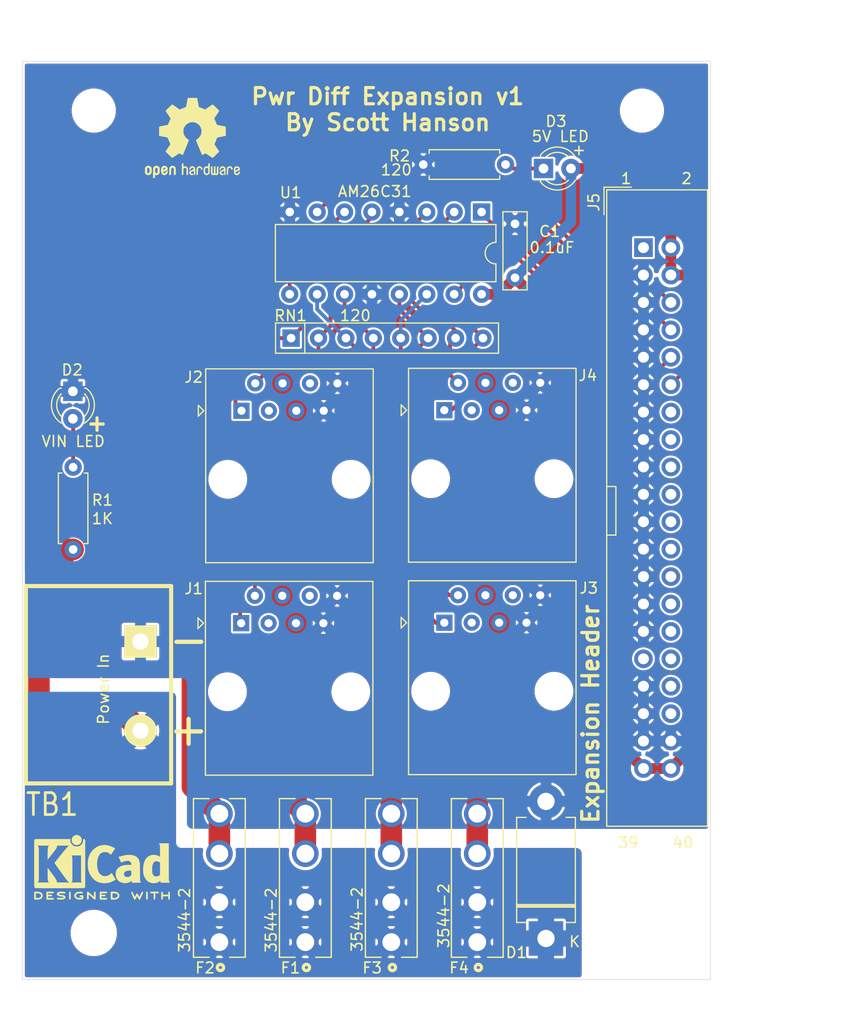
<source format=kicad_pcb>
(kicad_pcb (version 20171130) (host pcbnew "(5.1.5)-3")
  (title_block (title "Pwr Diff Expansion") (date 2020-04-27) (rev v1) (company "Scott Hanson"))
  (layers (0 F.Cu signal) (31 B.Cu signal) (34 B.Paste user) (35 F.Paste user) (36 B.SilkS user) (37 F.SilkS user) (38 B.Mask user) (39 F.Mask user) (44 Edge.Cuts user))
  (net 0 "")
  (net 1 GND)
  (net 2 +5V)
  (net 3 VIN1)
  (net 4 OUT20)
  (net 5 OUT19)
  (net 6 OUT18)
  (net 7 OUT17)
  (net 8 "Net-(D2-Pad2)")
  (net 9 "Net-(D3-Pad1)")
  (net 10 VOUT1)
  (net 11 VOUT2)
  (net 12 VOUT3)
  (net 13 VOUT4)
  (net 14 "Net-(J1-Pad6)")
  (net 15 "Net-(J1-Pad3)")
  (net 16 "Net-(J1-Pad2)")
  (net 17 "Net-(J1-Pad1)")
  (net 18 "Net-(J2-Pad6)")
  (net 19 "Net-(J2-Pad3)")
  (net 20 "Net-(J2-Pad2)")
  (net 21 "Net-(J2-Pad1)")
  (net 22 "Net-(J3-Pad6)")
  (net 23 "Net-(J3-Pad3)")
  (net 24 "Net-(J3-Pad2)")
  (net 25 "Net-(J3-Pad1)")
  (net 26 "Net-(J4-Pad6)")
  (net 27 "Net-(J4-Pad3)")
  (net 28 "Net-(J4-Pad2)")
  (net 29 "Net-(J4-Pad1)")
  (net 30 "Net-(J5-Pad30)")
  (net 31 "Net-(J5-Pad1)")
  (net 32 OUT32)
  (net 33 OUT31)
  (net 34 OUT30)
  (net 35 OUT29)
  (net 36 OUT28)
  (net 37 OUT27)
  (net 38 OUT26)
  (net 39 OUT25)
  (net 40 OUT24)
  (net 41 OUT23)
  (net 42 OUT22)
  (net 43 OUT21)
  (module Barrier_Blocks:BARRIER_BLOCK_1ROW_2POS_P8.26MM (layer F.Cu) (at 78.401 126.4178 270)
    (fp_text reference TB1 (at 11.1 4.3 180) (layer F.SilkS) (effects (font (size 2.032 1.778) (thickness 0.254))))
    (fp_text value "Power In" (at 0.4064 -0.4572 90) (layer F.SilkS) (effects (font (thickness 0.1524))))
    (pad 1 thru_hole rect (at -3.99796 -3.8862 270) (size 3 3) (drill 1.5) (layers *.Cu *.Mask F.SilkS) (net 1 GND))
    (pad 2 thru_hole circle (at 4.25196 -3.8862 270) (size 3 3) (drill 1.5) (layers *.Cu *.Mask F.SilkS) (net 3 VIN1))
  )
  (module Resistor_THT:R_Array_SIP8 (layer F.Cu) (at 96.249 94.3018)
    (fp_text reference RN1 (at -0.048 -2.084) (layer F.SilkS))
    (fp_text value 120 (at 5.952 -2.084) (layer F.SilkS))
    (pad 8 thru_hole oval (at 17.78 0) (size 1.6 1.6) (drill 0.8) (layers *.Cu *.Mask) (net 29 "Net-(J4-Pad1)"))
    (pad 7 thru_hole oval (at 15.24 0) (size 1.6 1.6) (drill 0.8) (layers *.Cu *.Mask) (net 28 "Net-(J4-Pad2)"))
    (pad 6 thru_hole oval (at 12.7 0) (size 1.6 1.6) (drill 0.8) (layers *.Cu *.Mask) (net 24 "Net-(J3-Pad2)"))
    (pad 5 thru_hole oval (at 10.16 0) (size 1.6 1.6) (drill 0.8) (layers *.Cu *.Mask) (net 25 "Net-(J3-Pad1)"))
    (pad 4 thru_hole oval (at 7.62 0) (size 1.6 1.6) (drill 0.8) (layers *.Cu *.Mask) (net 16 "Net-(J1-Pad2)"))
    (pad 3 thru_hole oval (at 5.08 0) (size 1.6 1.6) (drill 0.8) (layers *.Cu *.Mask) (net 17 "Net-(J1-Pad1)"))
    (pad 2 thru_hole oval (at 2.54 0) (size 1.6 1.6) (drill 0.8) (layers *.Cu *.Mask) (net 20 "Net-(J2-Pad2)"))
    (pad 1 thru_hole rect (at 0 0) (size 1.6 1.6) (drill 0.8) (layers *.Cu *.Mask) (net 21 "Net-(J2-Pad1)"))
  )
  (module Symbol:KiCad-Logo2_5mm_SilkScreen (layer F.Cu) (at 78.723 143.3238)
    (fp_text reference REF** hide)
    (fp_text value KiCad-Logo2_5mm_SilkScreen hide)
  )
  (module Package_DIP:DIP-16_W7.62mm (layer F.Cu) (at 113.901 82.6178 270)
    (fp_text reference U1 (at -1.8 17.7 180) (layer F.SilkS))
    (fp_text value AM26C31 (at -1.9 9.9 180) (layer F.SilkS))
    (pad 16 thru_hole oval (at 7.62 0 270) (size 1.6 1.6) (drill 0.8) (layers *.Cu *.Mask) (net 2 +5V))
    (pad 8 thru_hole oval (at 0 17.78 270) (size 1.6 1.6) (drill 0.8) (layers *.Cu *.Mask) (net 1 GND))
    (pad 15 thru_hole oval (at 7.62 2.54 270) (size 1.6 1.6) (drill 0.8) (layers *.Cu *.Mask) (net 5 OUT19))
    (pad 7 thru_hole oval (at 0 15.24 270) (size 1.6 1.6) (drill 0.8) (layers *.Cu *.Mask) (net 6 OUT18))
    (pad 14 thru_hole oval (at 7.62 5.08 270) (size 1.6 1.6) (drill 0.8) (layers *.Cu *.Mask) (net 25 "Net-(J3-Pad1)"))
    (pad 6 thru_hole oval (at 0 12.7 270) (size 1.6 1.6) (drill 0.8) (layers *.Cu *.Mask) (net 21 "Net-(J2-Pad1)"))
    (pad 13 thru_hole oval (at 7.62 7.62 270) (size 1.6 1.6) (drill 0.8) (layers *.Cu *.Mask) (net 24 "Net-(J3-Pad2)"))
    (pad 5 thru_hole oval (at 0 10.16 270) (size 1.6 1.6) (drill 0.8) (layers *.Cu *.Mask) (net 20 "Net-(J2-Pad2)"))
    (pad 12 thru_hole oval (at 7.62 10.16 270) (size 1.6 1.6) (drill 0.8) (layers *.Cu *.Mask) (net 1 GND))
    (pad 4 thru_hole oval (at 0 7.62 270) (size 1.6 1.6) (drill 0.8) (layers *.Cu *.Mask) (net 1 GND))
    (pad 11 thru_hole oval (at 7.62 12.7 270) (size 1.6 1.6) (drill 0.8) (layers *.Cu *.Mask) (net 16 "Net-(J1-Pad2)"))
    (pad 3 thru_hole oval (at 0 5.08 270) (size 1.6 1.6) (drill 0.8) (layers *.Cu *.Mask) (net 28 "Net-(J4-Pad2)"))
    (pad 10 thru_hole oval (at 7.62 15.24 270) (size 1.6 1.6) (drill 0.8) (layers *.Cu *.Mask) (net 17 "Net-(J1-Pad1)"))
    (pad 2 thru_hole oval (at 0 2.54 270) (size 1.6 1.6) (drill 0.8) (layers *.Cu *.Mask) (net 29 "Net-(J4-Pad1)"))
    (pad 9 thru_hole oval (at 7.62 17.78 270) (size 1.6 1.6) (drill 0.8) (layers *.Cu *.Mask) (net 7 OUT17))
    (pad 1 thru_hole rect (at 0 0 270) (size 1.6 1.6) (drill 0.8) (layers *.Cu *.Mask) (net 4 OUT20))
  )
  (module Keystone_Fuse:FUSE_3544-2 (layer F.Cu) (at 113.501 144.3178 90)
    (fp_text reference F4 (at -8.34 -1.685 180) (layer F.SilkS))
    (fp_text value 3544-2 (at -3.5 -3.1 90) (layer F.SilkS))
    (pad 2_2 thru_hole circle (at 5.95 0 90) (size 2.475 2.475) (drill 1.65) (layers *.Cu *.Mask) (net 13 VOUT4))
    (pad 1_1 thru_hole circle (at -5.95 0 90) (size 2.475 2.475) (drill 1.65) (layers *.Cu *.Mask) (net 3 VIN1))
    (pad 2_1 thru_hole circle (at 2.25 0 90) (size 2.475 2.475) (drill 1.65) (layers *.Cu *.Mask) (net 13 VOUT4))
    (pad 1_2 thru_hole circle (at -2.25 0 90) (size 2.475 2.475) (drill 1.65) (layers *.Cu *.Mask) (net 3 VIN1))
  )
  (module Keystone_Fuse:FUSE_3544-2 (layer F.Cu) (at 105.534332 144.3178 90)
    (fp_text reference F3 (at -8.34 -1.77 180) (layer F.SilkS))
    (fp_text value 3544-2 (at -3.84 -3.17 90) (layer F.SilkS))
    (pad 2_2 thru_hole circle (at 5.95 0 90) (size 2.475 2.475) (drill 1.65) (layers *.Cu *.Mask) (net 12 VOUT3))
    (pad 1_1 thru_hole circle (at -5.95 0 90) (size 2.475 2.475) (drill 1.65) (layers *.Cu *.Mask) (net 3 VIN1))
    (pad 2_1 thru_hole circle (at 2.25 0 90) (size 2.475 2.475) (drill 1.65) (layers *.Cu *.Mask) (net 12 VOUT3))
    (pad 1_2 thru_hole circle (at -2.25 0 90) (size 2.475 2.475) (drill 1.65) (layers *.Cu *.Mask) (net 3 VIN1))
  )
  (module Keystone_Fuse:FUSE_3544-2 (layer F.Cu) (at 89.601 144.3178 90)
    (fp_text reference F2 (at -8.34 -1.325 180) (layer F.SilkS))
    (fp_text value 3544-2 (at -3.9 -3.225 90) (layer F.SilkS))
    (pad 2_2 thru_hole circle (at 5.95 0 90) (size 2.475 2.475) (drill 1.65) (layers *.Cu *.Mask) (net 11 VOUT2))
    (pad 1_1 thru_hole circle (at -5.95 0 90) (size 2.475 2.475) (drill 1.65) (layers *.Cu *.Mask) (net 3 VIN1))
    (pad 2_1 thru_hole circle (at 2.25 0 90) (size 2.475 2.475) (drill 1.65) (layers *.Cu *.Mask) (net 11 VOUT2))
    (pad 1_2 thru_hole circle (at -2.25 0 90) (size 2.475 2.475) (drill 1.65) (layers *.Cu *.Mask) (net 3 VIN1))
  )
  (module Keystone_Fuse:FUSE_3544-2 (layer F.Cu) (at 97.567666 144.3178 90)
    (fp_text reference F1 (at -8.34 -1.38 180) (layer F.SilkS))
    (fp_text value 3544-2 (at -3.9 -3.166666 90) (layer F.SilkS))
    (pad 2_2 thru_hole circle (at 5.95 0 90) (size 2.475 2.475) (drill 1.65) (layers *.Cu *.Mask) (net 10 VOUT1))
    (pad 1_1 thru_hole circle (at -5.95 0 90) (size 2.475 2.475) (drill 1.65) (layers *.Cu *.Mask) (net 3 VIN1))
    (pad 2_1 thru_hole circle (at 2.25 0 90) (size 2.475 2.475) (drill 1.65) (layers *.Cu *.Mask) (net 10 VOUT1))
    (pad 1_2 thru_hole circle (at -2.25 0 90) (size 2.475 2.475) (drill 1.65) (layers *.Cu *.Mask) (net 3 VIN1))
  )
  (module Connector_RJ:RJ45_Amphenol_54602-x08_Horizontal (layer F.Cu) (at 91.6516 101.0328)
    (fp_text reference J2 (at -4.43 -3.115) (layer F.SilkS))
    (fp_text value RJ45)
    (pad 8 thru_hole circle (at 8.89 -2.54) (size 1.5 1.5) (drill 0.76) (layers *.Cu *.Mask) (net 1 GND))
    (pad 7 thru_hole circle (at 7.62 0) (size 1.5 1.5) (drill 0.76) (layers *.Cu *.Mask) (net 1 GND))
    (pad 6 thru_hole circle (at 6.35 -2.54) (size 1.5 1.5) (drill 0.76) (layers *.Cu *.Mask) (net 18 "Net-(J2-Pad6)"))
    (pad 5 thru_hole circle (at 5.08 0) (size 1.5 1.5) (drill 0.76) (layers *.Cu *.Mask) (net 11 VOUT2))
    (pad 4 thru_hole circle (at 3.81 -2.54) (size 1.5 1.5) (drill 0.76) (layers *.Cu *.Mask) (net 11 VOUT2))
    (pad 3 thru_hole circle (at 2.54 0) (size 1.5 1.5) (drill 0.76) (layers *.Cu *.Mask) (net 19 "Net-(J2-Pad3)"))
    (pad 2 thru_hole circle (at 1.27 -2.54) (size 1.5 1.5) (drill 0.76) (layers *.Cu *.Mask) (net 20 "Net-(J2-Pad2)"))
    (pad 1 thru_hole rect (at 0 0) (size 1.5 1.5) (drill 0.76) (layers *.Cu *.Mask) (net 21 "Net-(J2-Pad1)"))
    (pad "" np_thru_hole circle (at -1.27 6.35) (size 3.2 3.2) (drill 3.2) (layers *.Cu *.Mask))
    (pad "" np_thru_hole circle (at 10.16 6.35) (size 3.2 3.2) (drill 3.2) (layers *.Cu *.Mask))
  )
  (module Connector_RJ:RJ45_Amphenol_54602-x08_Horizontal (layer F.Cu) (at 91.6216 120.7178)
    (fp_text reference J1 (at -4.4 -3.2) (layer F.SilkS))
    (fp_text value RJ45)
    (pad 8 thru_hole circle (at 8.89 -2.54) (size 1.5 1.5) (drill 0.76) (layers *.Cu *.Mask) (net 1 GND))
    (pad 7 thru_hole circle (at 7.62 0) (size 1.5 1.5) (drill 0.76) (layers *.Cu *.Mask) (net 1 GND))
    (pad 6 thru_hole circle (at 6.35 -2.54) (size 1.5 1.5) (drill 0.76) (layers *.Cu *.Mask) (net 14 "Net-(J1-Pad6)"))
    (pad 5 thru_hole circle (at 5.08 0) (size 1.5 1.5) (drill 0.76) (layers *.Cu *.Mask) (net 10 VOUT1))
    (pad 4 thru_hole circle (at 3.81 -2.54) (size 1.5 1.5) (drill 0.76) (layers *.Cu *.Mask) (net 10 VOUT1))
    (pad 3 thru_hole circle (at 2.54 0) (size 1.5 1.5) (drill 0.76) (layers *.Cu *.Mask) (net 15 "Net-(J1-Pad3)"))
    (pad 2 thru_hole circle (at 1.27 -2.54) (size 1.5 1.5) (drill 0.76) (layers *.Cu *.Mask) (net 16 "Net-(J1-Pad2)"))
    (pad 1 thru_hole rect (at 0 0) (size 1.5 1.5) (drill 0.76) (layers *.Cu *.Mask) (net 17 "Net-(J1-Pad1)"))
    (pad "" np_thru_hole circle (at -1.27 6.35) (size 3.2 3.2) (drill 3.2) (layers *.Cu *.Mask))
    (pad "" np_thru_hole circle (at 10.16 6.35) (size 3.2 3.2) (drill 3.2) (layers *.Cu *.Mask))
  )
  (module MountingHole:MountingHole_3.7mm (layer F.Cu) (at 128.761 73.2198)
    (fp_text reference REF**)
    (fp_text value MountingHole_3.7mm)
    (pad 1 np_thru_hole circle (at 0 0) (size 3.7 3.7) (drill 3.7) (layers *.Cu *.Mask))
  )
  (module Connector_RJ:RJ45_Amphenol_54602-x08_Horizontal (layer F.Cu) (at 110.4476 120.667)
    (fp_text reference J3 (at 13.39 -3.2) (layer F.SilkS))
    (fp_text value RJ45)
    (pad 8 thru_hole circle (at 8.89 -2.54) (size 1.5 1.5) (drill 0.76) (layers *.Cu *.Mask) (net 1 GND))
    (pad 7 thru_hole circle (at 7.62 0) (size 1.5 1.5) (drill 0.76) (layers *.Cu *.Mask) (net 1 GND))
    (pad 6 thru_hole circle (at 6.35 -2.54) (size 1.5 1.5) (drill 0.76) (layers *.Cu *.Mask) (net 22 "Net-(J3-Pad6)"))
    (pad 5 thru_hole circle (at 5.08 0) (size 1.5 1.5) (drill 0.76) (layers *.Cu *.Mask) (net 12 VOUT3))
    (pad 4 thru_hole circle (at 3.81 -2.54) (size 1.5 1.5) (drill 0.76) (layers *.Cu *.Mask) (net 12 VOUT3))
    (pad 3 thru_hole circle (at 2.54 0) (size 1.5 1.5) (drill 0.76) (layers *.Cu *.Mask) (net 23 "Net-(J3-Pad3)"))
    (pad 2 thru_hole circle (at 1.27 -2.54) (size 1.5 1.5) (drill 0.76) (layers *.Cu *.Mask) (net 24 "Net-(J3-Pad2)"))
    (pad 1 thru_hole rect (at 0 0) (size 1.5 1.5) (drill 0.76) (layers *.Cu *.Mask) (net 25 "Net-(J3-Pad1)"))
    (pad "" np_thru_hole circle (at -1.27 6.35) (size 3.2 3.2) (drill 3.2) (layers *.Cu *.Mask))
    (pad "" np_thru_hole circle (at 10.16 6.35) (size 3.2 3.2) (drill 3.2) (layers *.Cu *.Mask))
  )
  (module Connector_RJ:RJ45_Amphenol_54602-x08_Horizontal (layer F.Cu) (at 110.4476 100.982)
    (fp_text reference J4 (at 13.29 -3.215) (layer F.SilkS))
    (fp_text value RJ45)
    (pad 8 thru_hole circle (at 8.89 -2.54) (size 1.5 1.5) (drill 0.76) (layers *.Cu *.Mask) (net 1 GND))
    (pad 7 thru_hole circle (at 7.62 0) (size 1.5 1.5) (drill 0.76) (layers *.Cu *.Mask) (net 1 GND))
    (pad 6 thru_hole circle (at 6.35 -2.54) (size 1.5 1.5) (drill 0.76) (layers *.Cu *.Mask) (net 26 "Net-(J4-Pad6)"))
    (pad 5 thru_hole circle (at 5.08 0) (size 1.5 1.5) (drill 0.76) (layers *.Cu *.Mask) (net 13 VOUT4))
    (pad 4 thru_hole circle (at 3.81 -2.54) (size 1.5 1.5) (drill 0.76) (layers *.Cu *.Mask) (net 13 VOUT4))
    (pad 3 thru_hole circle (at 2.54 0) (size 1.5 1.5) (drill 0.76) (layers *.Cu *.Mask) (net 27 "Net-(J4-Pad3)"))
    (pad 2 thru_hole circle (at 1.27 -2.54) (size 1.5 1.5) (drill 0.76) (layers *.Cu *.Mask) (net 28 "Net-(J4-Pad2)"))
    (pad 1 thru_hole rect (at 0 0) (size 1.5 1.5) (drill 0.76) (layers *.Cu *.Mask) (net 29 "Net-(J4-Pad1)"))
    (pad "" np_thru_hole circle (at -1.27 6.35) (size 3.2 3.2) (drill 3.2) (layers *.Cu *.Mask))
    (pad "" np_thru_hole circle (at 10.16 6.35) (size 3.2 3.2) (drill 3.2) (layers *.Cu *.Mask))
  )
  (module MountingHole:MountingHole_3.7mm (layer F.Cu) (at 77.961 73.2198)
    (fp_text reference REF**)
    (fp_text value MountingHole_3.7mm)
    (pad 1 np_thru_hole circle (at 0 0) (size 3.7 3.7) (drill 3.7) (layers *.Cu *.Mask))
  )
  (module MountingHole:MountingHole_3.7mm (layer F.Cu) (at 128.761 149.4198)
    (fp_text reference REF**)
    (fp_text value MountingHole_3.7mm)
    (pad 1 np_thru_hole circle (at 0 0) (size 3.7 3.7) (drill 3.7) (layers *.Cu *.Mask))
  )
  (module MountingHole:MountingHole_3.7mm (layer F.Cu) (at 77.961 149.4198)
    (fp_text reference REF**)
    (fp_text value MountingHole_3.7mm)
    (pad 1 np_thru_hole circle (at 0 0) (size 3.7 3.7) (drill 3.7) (layers *.Cu *.Mask))
  )
  (module Capacitor_THT:C_Rect_L7.0mm_W2.0mm_P5.00mm (layer F.Cu) (at 117.001 88.7138 90)
    (fp_text reference C1 (at 4.296 3.216 180) (layer F.SilkS))
    (fp_text value 0.1uF (at 2.796 3.416 180) (layer F.SilkS))
    (pad 2 thru_hole circle (at 5 0 90) (size 1.6 1.6) (drill 0.8) (layers *.Cu *.Mask) (net 1 GND))
    (pad 1 thru_hole circle (at 0 0 90) (size 1.6 1.6) (drill 0.8) (layers *.Cu *.Mask) (net 2 +5V))
  )
  (module Resistor_THT:R_Axial_DIN0207_L6.3mm_D2.5mm_P7.62mm_Horizontal (layer F.Cu) (at 108.501 78.2178)
    (fp_text reference R2 (at -2.2 -0.8) (layer F.SilkS))
    (fp_text value 120 (at -2.5 0.5) (layer F.SilkS))
    (pad 2 thru_hole oval (at 7.62 0) (size 1.6 1.6) (drill 0.8) (layers *.Cu *.Mask) (net 9 "Net-(D3-Pad1)"))
    (pad 1 thru_hole circle (at 0 0) (size 1.6 1.6) (drill 0.8) (layers *.Cu *.Mask) (net 1 GND))
  )
  (module LED_THT:LED_D3.0mm_Clear (layer F.Cu) (at 76.029 99.2328 270)
    (fp_text reference D2 (at -1.98 0.07 180) (layer F.SilkS))
    (fp_text value "VIN LED" (at 4.64 -0.03 180) (layer F.SilkS))
    (pad 2 thru_hole circle (at 2.54 0 270) (size 1.8 1.8) (drill 0.9) (layers *.Cu *.Mask) (net 8 "Net-(D2-Pad2)"))
    (pad 1 thru_hole rect (at 0 0 270) (size 1.8 1.8) (drill 0.9) (layers *.Cu *.Mask) (net 1 GND))
  )
  (module LED_THT:LED_D3.0mm_Clear (layer F.Cu) (at 119.642 78.5898)
    (fp_text reference D3 (at 1.159 -4.372) (layer F.SilkS))
    (fp_text value "5V LED" (at 1.559 -2.972 180) (layer F.SilkS))
    (pad 2 thru_hole circle (at 2.54 0) (size 1.8 1.8) (drill 0.9) (layers *.Cu *.Mask) (net 2 +5V))
    (pad 1 thru_hole rect (at 0 0) (size 1.8 1.8) (drill 0.9) (layers *.Cu *.Mask) (net 9 "Net-(D3-Pad1)"))
  )
  (module Resistor_THT:R_Axial_DIN0207_L6.3mm_D2.5mm_P7.62mm_Horizontal (layer F.Cu) (at 76.049 106.2628 270)
    (fp_text reference R1 (at 3.05 -2.71 180) (layer F.SilkS))
    (fp_text value 1K (at 4.77 -2.71 180) (layer F.SilkS))
    (pad 2 thru_hole oval (at 7.62 0 270) (size 1.6 1.6) (drill 0.8) (layers *.Cu *.Mask) (net 3 VIN1))
    (pad 1 thru_hole circle (at 0 0 270) (size 1.6 1.6) (drill 0.8) (layers *.Cu *.Mask) (net 8 "Net-(D2-Pad2)"))
  )
  (module Symbol:OSHW-Logo2_9.8x8mm_SilkScreen (layer F.Cu) (at 87.105 75.7598)
    (fp_text reference REF** hide)
    (fp_text value OSHW-Logo2_9.8x8mm_SilkScreen hide)
  )
  (module Connector_IDC:IDC-Header_2x20_P2.54mm_Vertical (layer F.Cu) (at 128.901 85.9178)
    (fp_text reference J5 (at -4.6 -4.2 90) (layer F.SilkS))
    (fp_text value "Expansion Header" (at -4.9 43.2 270) (layer F.SilkS) (effects (font (size 1.5 1.5) (thickness 0.3))))
    (pad 40 thru_hole oval (at 2.54 48.26) (size 1.7272 1.7272) (drill 1.016) (layers *.Cu *.Mask) (net 2 +5V))
    (pad 39 thru_hole oval (at 0 48.26) (size 1.7272 1.7272) (drill 1.016) (layers *.Cu *.Mask) (net 2 +5V))
    (pad 38 thru_hole oval (at 2.54 45.72) (size 1.7272 1.7272) (drill 1.016) (layers *.Cu *.Mask) (net 1 GND))
    (pad 37 thru_hole oval (at 0 45.72) (size 1.7272 1.7272) (drill 1.016) (layers *.Cu *.Mask) (net 1 GND))
    (pad 36 thru_hole oval (at 2.54 43.18) (size 1.7272 1.7272) (drill 1.016) (layers *.Cu *.Mask) (net 32 OUT32))
    (pad 35 thru_hole oval (at 0 43.18) (size 1.7272 1.7272) (drill 1.016) (layers *.Cu *.Mask) (net 1 GND))
    (pad 34 thru_hole oval (at 2.54 40.64) (size 1.7272 1.7272) (drill 1.016) (layers *.Cu *.Mask) (net 33 OUT31))
    (pad 33 thru_hole oval (at 0 40.64) (size 1.7272 1.7272) (drill 1.016) (layers *.Cu *.Mask) (net 1 GND))
    (pad 32 thru_hole oval (at 2.54 38.1) (size 1.7272 1.7272) (drill 1.016) (layers *.Cu *.Mask) (net 34 OUT30))
    (pad 31 thru_hole oval (at 0 38.1) (size 1.7272 1.7272) (drill 1.016) (layers *.Cu *.Mask) (net 35 OUT29))
    (pad 30 thru_hole oval (at 2.54 35.56) (size 1.7272 1.7272) (drill 1.016) (layers *.Cu *.Mask) (net 30 "Net-(J5-Pad30)"))
    (pad 29 thru_hole oval (at 0 35.56) (size 1.7272 1.7272) (drill 1.016) (layers *.Cu *.Mask) (net 1 GND))
    (pad 28 thru_hole oval (at 2.54 33.02) (size 1.7272 1.7272) (drill 1.016) (layers *.Cu *.Mask) (net 36 OUT28))
    (pad 27 thru_hole oval (at 0 33.02) (size 1.7272 1.7272) (drill 1.016) (layers *.Cu *.Mask) (net 1 GND))
    (pad 26 thru_hole oval (at 2.54 30.48) (size 1.7272 1.7272) (drill 1.016) (layers *.Cu *.Mask) (net 37 OUT27))
    (pad 25 thru_hole oval (at 0 30.48) (size 1.7272 1.7272) (drill 1.016) (layers *.Cu *.Mask) (net 1 GND))
    (pad 24 thru_hole oval (at 2.54 27.94) (size 1.7272 1.7272) (drill 1.016) (layers *.Cu *.Mask) (net 38 OUT26))
    (pad 23 thru_hole oval (at 0 27.94) (size 1.7272 1.7272) (drill 1.016) (layers *.Cu *.Mask) (net 1 GND))
    (pad 22 thru_hole oval (at 2.54 25.4) (size 1.7272 1.7272) (drill 1.016) (layers *.Cu *.Mask) (net 39 OUT25))
    (pad 21 thru_hole oval (at 0 25.4) (size 1.7272 1.7272) (drill 1.016) (layers *.Cu *.Mask) (net 1 GND))
    (pad 20 thru_hole oval (at 2.54 22.86) (size 1.7272 1.7272) (drill 1.016) (layers *.Cu *.Mask) (net 40 OUT24))
    (pad 19 thru_hole oval (at 0 22.86) (size 1.7272 1.7272) (drill 1.016) (layers *.Cu *.Mask) (net 1 GND))
    (pad 18 thru_hole oval (at 2.54 20.32) (size 1.7272 1.7272) (drill 1.016) (layers *.Cu *.Mask) (net 41 OUT23))
    (pad 17 thru_hole oval (at 0 20.32) (size 1.7272 1.7272) (drill 1.016) (layers *.Cu *.Mask) (net 1 GND))
    (pad 16 thru_hole oval (at 2.54 17.78) (size 1.7272 1.7272) (drill 1.016) (layers *.Cu *.Mask) (net 42 OUT22))
    (pad 15 thru_hole oval (at 0 17.78) (size 1.7272 1.7272) (drill 1.016) (layers *.Cu *.Mask) (net 1 GND))
    (pad 14 thru_hole oval (at 2.54 15.24) (size 1.7272 1.7272) (drill 1.016) (layers *.Cu *.Mask) (net 43 OUT21))
    (pad 13 thru_hole oval (at 0 15.24) (size 1.7272 1.7272) (drill 1.016) (layers *.Cu *.Mask) (net 1 GND))
    (pad 12 thru_hole oval (at 2.54 12.7) (size 1.7272 1.7272) (drill 1.016) (layers *.Cu *.Mask) (net 4 OUT20))
    (pad 11 thru_hole oval (at 0 12.7) (size 1.7272 1.7272) (drill 1.016) (layers *.Cu *.Mask) (net 1 GND))
    (pad 10 thru_hole oval (at 2.54 10.16) (size 1.7272 1.7272) (drill 1.016) (layers *.Cu *.Mask) (net 5 OUT19))
    (pad 9 thru_hole oval (at 0 10.16) (size 1.7272 1.7272) (drill 1.016) (layers *.Cu *.Mask) (net 1 GND))
    (pad 8 thru_hole oval (at 2.54 7.62) (size 1.7272 1.7272) (drill 1.016) (layers *.Cu *.Mask) (net 6 OUT18))
    (pad 7 thru_hole oval (at 0 7.62) (size 1.7272 1.7272) (drill 1.016) (layers *.Cu *.Mask) (net 1 GND))
    (pad 6 thru_hole oval (at 2.54 5.08) (size 1.7272 1.7272) (drill 1.016) (layers *.Cu *.Mask) (net 7 OUT17))
    (pad 5 thru_hole oval (at 0 5.08) (size 1.7272 1.7272) (drill 1.016) (layers *.Cu *.Mask) (net 1 GND))
    (pad 4 thru_hole oval (at 2.54 2.54) (size 1.7272 1.7272) (drill 1.016) (layers *.Cu *.Mask) (net 2 +5V))
    (pad 3 thru_hole oval (at 0 2.54) (size 1.7272 1.7272) (drill 1.016) (layers *.Cu *.Mask) (net 1 GND))
    (pad 2 thru_hole oval (at 2.54 0) (size 1.7272 1.7272) (drill 1.016) (layers *.Cu *.Mask) (net 2 +5V))
    (pad 1 thru_hole rect (at 0 0) (size 1.7272 1.7272) (drill 1.016) (layers *.Cu *.Mask) (net 31 "Net-(J5-Pad1)"))
  )
  (module Diode_THT:D_DO-201AD_P12.70mm_Horizontal (layer F.Cu) (at 119.871 149.9278 90)
    (fp_text reference D1 (at -1.3 -2.7496 180) (layer F.SilkS))
    (fp_text value SB5100-T)
    (fp_text user K (at -0.3 2.6504 180) (layer F.SilkS))
    (pad 2 thru_hole oval (at 12.7 0 90) (size 3.2 3.2) (drill 1.6) (layers *.Cu *.Mask) (net 1 GND))
    (pad 1 thru_hole rect (at 0 0 90) (size 3.2 3.2) (drill 1.6) (layers *.Cu *.Mask) (net 3 VIN1))
  )
  (gr_text 39 (at 127.491 141.0378) (layer F.SilkS) (effects (font (size 1 1))))
  (gr_text 40 (at 132.571 141.0378) (layer F.SilkS) (effects (font (size 1 1))))
  (gr_text 1 (at 127.301 79.5178) (layer F.SilkS) (effects (font (size 1 1))))
  (gr_line (start 126.3479 108.0517) (end 126.3479 112.5517) (layer F.SilkS) (width 0.12))
  (gr_text + (at 123.001 76.9178 270) (layer F.SilkS) (effects (font (size 1 1))))
  (gr_text 2 (at 132.901 79.5178) (layer F.SilkS) (effects (font (size 1 1))))
  (gr_line (start 125.5479 112.5517) (end 126.3479 112.5517) (layer F.SilkS) (width 0.12))
  (gr_line (start 126.3479 108.0517) (end 125.5479 108.0517) (layer F.SilkS) (width 0.12))
  (gr_text + (at 78.159 102.2628 90) (layer F.SilkS) (effects (font (size 1.5 1.5) (thickness 0.3))))
  (gr_text "Pwr Diff Expansion v1\nBy Scott Hanson" (at 105.201 73.1178) (layer F.SilkS) (effects (font (size 1.5 1.5) (thickness 0.3))))
  (gr_line (start 135.111 68.6478) (end 71.357 68.6478) (layer Edge.Cuts) (width 0.05))
  (gr_line (start 135.111 153.7378) (end 135.111 68.6478) (layer Edge.Cuts) (width 0.05))
  (gr_line (start 135.111 153.7378) (end 71.357 153.7378) (layer Edge.Cuts) (width 0.05))
  (gr_text + (at 86.7494 130.5178) (layer F.SilkS) (effects (font (size 3 3) (thickness 0.4))))
  (gr_text - (at 86.7748 122.2164) (layer F.SilkS) (effects (font (size 3 3) (thickness 0.4))))
  (gr_line (start 71.357 68.6478) (end 71.357 153.7378) (layer Edge.Cuts) (width 0.05))
  (segment (start 131.441 85.9178) (end 131.441 88.4578) (width 1) (layer F.Cu) (net 2))
  (segment (start 128.901 134.1778) (end 131.441 134.1778) (width 1) (layer F.Cu) (net 2))
  (segment (start 115.477 90.2378) (end 117.001 88.7138) (width 1) (layer F.Cu) (net 2))
  (segment (start 113.901 90.2378) (end 115.477 90.2378) (width 1) (layer F.Cu) (net 2))
  (segment (start 125.334314 78.5898) (end 122.182 78.5898) (width 1) (layer F.Cu) (net 2))
  (segment (start 131.441 85.9178) (end 131.441 84.696486) (width 1) (layer F.Cu) (net 2))
  (segment (start 131.441 84.696486) (end 125.334314 78.5898) (width 1) (layer F.Cu) (net 2))
  (segment (start 122.182 83.5328) (end 122.182 78.5898) (width 1) (layer B.Cu) (net 2))
  (segment (start 117.001 88.7138) (end 122.182 83.5328) (width 1) (layer B.Cu) (net 2))
  (segment (start 125.901 131.1778) (end 128.901 134.1778) (width 1) (layer F.Cu) (net 2))
  (segment (start 125.901 97.6178) (end 125.901 131.1778) (width 1) (layer F.Cu) (net 2))
  (segment (start 117.001 88.7138) (end 117.001 88.7178) (width 1) (layer F.Cu) (net 2))
  (segment (start 117.001 88.7178) (end 125.901 97.6178) (width 1) (layer F.Cu) (net 2))
  (segment (start 132.304599 133.314201) (end 131.441 134.1778) (width 1) (layer F.Cu) (net 2))
  (segment (start 133.801 131.8178) (end 132.304599 133.314201) (width 1) (layer F.Cu) (net 2))
  (segment (start 133.801 89.4178) (end 133.801 131.8178) (width 1) (layer F.Cu) (net 2))
  (segment (start 131.441 88.4578) (end 132.841 88.4578) (width 1) (layer F.Cu) (net 2))
  (segment (start 132.841 88.4578) (end 133.801 89.4178) (width 1) (layer F.Cu) (net 2))
  (segment (start 80.735241 129.117801) (end 82.2872 130.66976) (width 2) (layer F.Cu) (net 3))
  (segment (start 72.881 129.117801) (end 80.735241 129.117801) (width 2) (layer F.Cu) (net 3))
  (segment (start 72.881 116.7253) (end 72.881 129.117801) (width 2) (layer F.Cu) (net 3))
  (segment (start 76.049 113.8828) (end 75.7235 113.8828) (width 2) (layer F.Cu) (net 3))
  (segment (start 75.7235 113.8828) (end 72.881 116.7253) (width 2) (layer F.Cu) (net 3))
  (segment (start 114.301 83.1178) (end 114.301 82.2178) (width 0.35) (layer F.Cu) (net 4))
  (segment (start 131.441 98.6178) (end 132.801 97.2578) (width 0.35) (layer F.Cu) (net 4))
  (segment (start 132.801 97.2578) (end 132.801 95.60467) (width 0.35) (layer F.Cu) (net 4))
  (segment (start 132.801 95.60467) (end 132.035529 94.839199) (width 0.35) (layer F.Cu) (net 4))
  (segment (start 132.035529 94.839199) (end 126.022399 94.839199) (width 0.35) (layer F.Cu) (net 4))
  (segment (start 114.301 82.2178) (end 113.901 82.6178) (width 0.35) (layer F.Cu) (net 4))
  (segment (start 126.022399 94.839199) (end 114.301 83.1178) (width 0.35) (layer F.Cu) (net 4))
  (segment (start 111.361 90.2378) (end 111.361 90.0578) (width 0.35) (layer F.Cu) (net 5))
  (segment (start 114.581 87.0178) (end 117.401 87.0178) (width 0.35) (layer F.Cu) (net 5))
  (segment (start 127.762399 97.379199) (end 130.139601 97.379199) (width 0.35) (layer F.Cu) (net 5))
  (segment (start 130.577401 96.941399) (end 131.441 96.0778) (width 0.35) (layer F.Cu) (net 5))
  (segment (start 130.139601 97.379199) (end 130.577401 96.941399) (width 0.35) (layer F.Cu) (net 5))
  (segment (start 117.401 87.0178) (end 127.762399 97.379199) (width 0.35) (layer F.Cu) (net 5))
  (segment (start 111.361 90.2378) (end 114.581 87.0178) (width 0.35) (layer F.Cu) (net 5))
  (segment (start 130.577401 92.674201) (end 131.441 93.5378) (width 0.35) (layer F.Cu) (net 6))
  (segment (start 98.661 82.6178) (end 100.161 81.1178) (width 0.35) (layer F.Cu) (net 6))
  (segment (start 117.001 81.1178) (end 128.182399 92.299199) (width 0.35) (layer F.Cu) (net 6))
  (segment (start 128.182399 92.299199) (end 130.202399 92.299199) (width 0.35) (layer F.Cu) (net 6))
  (segment (start 100.161 81.1178) (end 117.001 81.1178) (width 0.35) (layer F.Cu) (net 6))
  (segment (start 130.202399 92.299199) (end 130.577401 92.674201) (width 0.35) (layer F.Cu) (net 6))
  (segment (start 96.121 90.2378) (end 96.101 90.2178) (width 0.35) (layer F.Cu) (net 7))
  (segment (start 96.101 90.2178) (end 96.101 89.7178) (width 0.35) (layer F.Cu) (net 7))
  (segment (start 96.121 89.10643) (end 96.121 90.2378) (width 0.35) (layer F.Cu) (net 7))
  (segment (start 97.401 85.4178) (end 96.121 86.6978) (width 0.35) (layer F.Cu) (net 7))
  (segment (start 97.401 81.7178) (end 97.401 85.4178) (width 0.35) (layer F.Cu) (net 7))
  (segment (start 130.202399 89.759199) (end 126.642399 89.759199) (width 0.35) (layer F.Cu) (net 7))
  (segment (start 117.35099 80.46779) (end 98.65101 80.46779) (width 0.35) (layer F.Cu) (net 7))
  (segment (start 131.441 90.9978) (end 130.202399 89.759199) (width 0.35) (layer F.Cu) (net 7))
  (segment (start 126.642399 89.759199) (end 117.35099 80.46779) (width 0.35) (layer F.Cu) (net 7))
  (segment (start 96.121 86.6978) (end 96.121 89.10643) (width 0.35) (layer F.Cu) (net 7))
  (segment (start 98.65101 80.46779) (end 97.401 81.7178) (width 0.35) (layer F.Cu) (net 7))
  (segment (start 76.049 101.7928) (end 76.029 101.7728) (width 0.35) (layer F.Cu) (net 8))
  (segment (start 76.049 106.2628) (end 76.049 101.7928) (width 0.35) (layer F.Cu) (net 8))
  (segment (start 116.493 78.5898) (end 116.121 78.2178) (width 0.35) (layer F.Cu) (net 9))
  (segment (start 119.642 78.5898) (end 116.493 78.5898) (width 0.35) (layer F.Cu) (net 9))
  (segment (start 97.567666 142.0678) (end 97.567666 138.3678) (width 2) (layer F.Cu) (net 10))
  (segment (start 96.7062 137.506334) (end 97.567666 138.3678) (width 2) (layer F.Cu) (net 10))
  (segment (start 96.7062 120.9926) (end 96.7062 137.506334) (width 2) (layer F.Cu) (net 10))
  (segment (start 96.111601 120.127801) (end 96.7016 120.7178) (width 2) (layer F.Cu) (net 10))
  (segment (start 96.111601 118.857801) (end 96.111601 120.127801) (width 2) (layer F.Cu) (net 10))
  (segment (start 95.4316 118.1778) (end 96.111601 118.857801) (width 2) (layer F.Cu) (net 10))
  (segment (start 89.601 142.0678) (end 89.601 138.3678) (width 2) (layer F.Cu) (net 11))
  (segment (start 87.101 135.8678) (end 89.601 138.3678) (width 2) (layer F.Cu) (net 11))
  (segment (start 87.101 115.7178) (end 87.101 135.8678) (width 2) (layer F.Cu) (net 11))
  (segment (start 96.7316 101.0328) (end 96.7316 106.0872) (width 2) (layer F.Cu) (net 11))
  (segment (start 96.7316 106.0872) (end 87.101 115.7178) (width 2) (layer F.Cu) (net 11))
  (segment (start 96.051599 99.082799) (end 95.4616 98.4928) (width 2) (layer F.Cu) (net 11))
  (segment (start 96.051599 100.352799) (end 96.051599 99.082799) (width 2) (layer F.Cu) (net 11))
  (segment (start 96.7316 101.0328) (end 96.051599 100.352799) (width 2) (layer F.Cu) (net 11))
  (segment (start 105.534332 138.3678) (end 105.534332 142.0678) (width 2) (layer F.Cu) (net 12))
  (segment (start 115.5276 126.0912) (end 115.5276 120.667) (width 2) (layer F.Cu) (net 12))
  (segment (start 105.534332 138.3678) (end 105.534332 136.084468) (width 2) (layer F.Cu) (net 12))
  (segment (start 105.534332 136.084468) (end 115.5276 126.0912) (width 2) (layer F.Cu) (net 12))
  (segment (start 114.847599 119.986999) (end 114.847599 118.716999) (width 2) (layer F.Cu) (net 12))
  (segment (start 114.847599 118.716999) (end 114.2576 118.127) (width 2) (layer F.Cu) (net 12))
  (segment (start 115.5276 120.667) (end 114.847599 119.986999) (width 2) (layer F.Cu) (net 12))
  (segment (start 113.501 142.0678) (end 113.501 138.3678) (width 2) (layer F.Cu) (net 13))
  (segment (start 115.553 102.5334) (end 115.5276 102.508) (width 2) (layer F.Cu) (net 13))
  (segment (start 115.5276 102.508) (end 115.5276 100.982) (width 2) (layer F.Cu) (net 13))
  (segment (start 123.9096 118.2286) (end 115.553 109.872) (width 2) (layer F.Cu) (net 13))
  (segment (start 113.501 135.6178) (end 117.001 132.1178) (width 2) (layer F.Cu) (net 13))
  (segment (start 117.001 132.1178) (end 120.601 132.1178) (width 2) (layer F.Cu) (net 13))
  (segment (start 115.553 109.872) (end 115.553 102.5334) (width 2) (layer F.Cu) (net 13))
  (segment (start 113.501 138.3678) (end 113.501 135.6178) (width 2) (layer F.Cu) (net 13))
  (segment (start 120.601 132.1178) (end 123.9096 128.8092) (width 2) (layer F.Cu) (net 13))
  (segment (start 123.9096 128.8092) (end 123.9096 118.2286) (width 2) (layer F.Cu) (net 13))
  (segment (start 114.937601 100.392001) (end 115.5276 100.982) (width 2) (layer F.Cu) (net 13))
  (segment (start 114.2576 98.442) (end 114.937601 99.122001) (width 2) (layer F.Cu) (net 13))
  (segment (start 114.937601 99.122001) (end 114.937601 100.392001) (width 2) (layer F.Cu) (net 13))
  (segment (start 101.201 91.6338) (end 103.869 94.3018) (width 0.35) (layer F.Cu) (net 16))
  (segment (start 101.201 90.2378) (end 101.201 91.6338) (width 0.35) (layer F.Cu) (net 16))
  (segment (start 92.8962 118.1732) (end 92.8916 118.1778) (width 0.35) (layer F.Cu) (net 16))
  (segment (start 92.8962 113.300432) (end 92.8962 118.1732) (width 0.35) (layer F.Cu) (net 16))
  (segment (start 103.869 94.3018) (end 103.869 102.327632) (width 0.35) (layer F.Cu) (net 16))
  (segment (start 103.869 102.327632) (end 92.8962 113.300432) (width 0.35) (layer F.Cu) (net 16))
  (segment (start 98.661 91.6338) (end 101.329 94.3018) (width 0.35) (layer B.Cu) (net 17))
  (segment (start 98.661 90.2378) (end 98.661 91.6338) (width 0.35) (layer B.Cu) (net 17))
  (segment (start 91.5246 113.8942) (end 91.5246 120.6208) (width 0.35) (layer F.Cu) (net 17))
  (segment (start 102.701 102.7178) (end 91.5246 113.8942) (width 0.35) (layer F.Cu) (net 17))
  (segment (start 91.5246 120.6208) (end 91.6216 120.7178) (width 0.35) (layer F.Cu) (net 17))
  (segment (start 101.329 94.3018) (end 102.701 95.6738) (width 0.35) (layer F.Cu) (net 17))
  (segment (start 102.701 95.6738) (end 102.701 102.7178) (width 0.35) (layer F.Cu) (net 17))
  (segment (start 103.741 83.0778) (end 103.741 82.6178) (width 0.35) (layer F.Cu) (net 20))
  (segment (start 99.901 86.9178) (end 103.741 83.0778) (width 0.35) (layer F.Cu) (net 20))
  (segment (start 98.789 94.3018) (end 99.901 93.1898) (width 0.35) (layer F.Cu) (net 20))
  (segment (start 99.901 93.1898) (end 99.901 86.9178) (width 0.35) (layer F.Cu) (net 20))
  (segment (start 94.8966 96.5178) (end 92.9216 98.4928) (width 0.35) (layer F.Cu) (net 20))
  (segment (start 97.70437 96.5178) (end 94.8966 96.5178) (width 0.35) (layer F.Cu) (net 20))
  (segment (start 98.789 94.3018) (end 98.789 95.43317) (width 0.35) (layer F.Cu) (net 20))
  (segment (start 98.789 95.43317) (end 97.70437 96.5178) (width 0.35) (layer F.Cu) (net 20))
  (segment (start 97.401 93.1498) (end 96.249 94.3018) (width 0.35) (layer F.Cu) (net 21))
  (segment (start 101.201 82.6178) (end 97.401 86.4178) (width 0.35) (layer F.Cu) (net 21))
  (segment (start 97.401 86.4178) (end 97.401 93.1498) (width 0.35) (layer F.Cu) (net 21))
  (segment (start 91.0928 98.308) (end 91.0928 100.474) (width 0.35) (layer F.Cu) (net 21))
  (segment (start 91.0928 100.474) (end 91.6516 101.0328) (width 0.35) (layer F.Cu) (net 21))
  (segment (start 96.249 94.3018) (end 95.099 94.3018) (width 0.35) (layer F.Cu) (net 21))
  (segment (start 95.099 94.3018) (end 91.0928 98.308) (width 0.35) (layer F.Cu) (net 21))
  (segment (start 106.409 90.3658) (end 106.281 90.2378) (width 0.35) (layer F.Cu) (net 24))
  (segment (start 108.821 94.1738) (end 108.949 94.3018) (width 0.35) (layer F.Cu) (net 24))
  (segment (start 108.821 94.1738) (end 108.949 94.3018) (width 0.35) (layer B.Cu) (net 24))
  (segment (start 106.281 91.6338) (end 106.281 90.2378) (width 0.35) (layer F.Cu) (net 24))
  (segment (start 108.949 94.3018) (end 106.281 91.6338) (width 0.35) (layer F.Cu) (net 24))
  (segment (start 108.149001 95.101799) (end 108.949 94.3018) (width 0.35) (layer F.Cu) (net 24))
  (segment (start 105.901 97.3498) (end 108.149001 95.101799) (width 0.35) (layer F.Cu) (net 24))
  (segment (start 105.901 113.1178) (end 105.901 97.3498) (width 0.35) (layer F.Cu) (net 24))
  (segment (start 111.7176 118.127) (end 110.9102 118.127) (width 0.35) (layer F.Cu) (net 24))
  (segment (start 110.9102 118.127) (end 105.901 113.1178) (width 0.35) (layer F.Cu) (net 24))
  (segment (start 106.409 92.6498) (end 106.409 94.3018) (width 0.35) (layer B.Cu) (net 25))
  (segment (start 108.821 90.2378) (end 106.409 92.6498) (width 0.35) (layer B.Cu) (net 25))
  (segment (start 110.3968 120.7178) (end 109.711 120.7178) (width 0.35) (layer F.Cu) (net 25))
  (segment (start 110.4476 120.667) (end 110.3968 120.7178) (width 0.35) (layer F.Cu) (net 25))
  (segment (start 106.409 95.43317) (end 105.101 96.74117) (width 0.35) (layer F.Cu) (net 25))
  (segment (start 105.101 116.1178) (end 109.6502 120.667) (width 0.35) (layer F.Cu) (net 25))
  (segment (start 109.6502 120.667) (end 110.4476 120.667) (width 0.35) (layer F.Cu) (net 25))
  (segment (start 106.409 94.3018) (end 106.409 95.43317) (width 0.35) (layer F.Cu) (net 25))
  (segment (start 105.101 96.74117) (end 105.101 116.1178) (width 0.35) (layer F.Cu) (net 25))
  (segment (start 107.501 83.9378) (end 108.821 82.6178) (width 0.35) (layer F.Cu) (net 28))
  (segment (start 111.489 93.638115) (end 110.168685 92.3178) (width 0.35) (layer F.Cu) (net 28))
  (segment (start 111.489 94.3018) (end 111.489 93.638115) (width 0.35) (layer F.Cu) (net 28))
  (segment (start 110.168685 92.3178) (end 108.901 92.3178) (width 0.35) (layer F.Cu) (net 28))
  (segment (start 108.901 92.3178) (end 107.501 90.9178) (width 0.35) (layer F.Cu) (net 28))
  (segment (start 107.501 90.9178) (end 107.501 83.9378) (width 0.35) (layer F.Cu) (net 28))
  (segment (start 111.7176 98.442) (end 110.981 97.7054) (width 0.35) (layer F.Cu) (net 28))
  (segment (start 110.981 94.8098) (end 111.489 94.3018) (width 0.35) (layer F.Cu) (net 28))
  (segment (start 110.981 97.7054) (end 110.981 94.8098) (width 0.35) (layer F.Cu) (net 28))
  (segment (start 112.245 92.5178) (end 114.029 94.3018) (width 0.35) (layer F.Cu) (net 29))
  (segment (start 110.101 91.3178) (end 111.301 92.5178) (width 0.35) (layer F.Cu) (net 29))
  (segment (start 111.301 92.5178) (end 112.245 92.5178) (width 0.35) (layer F.Cu) (net 29))
  (segment (start 111.361 82.6178) (end 110.101 83.8778) (width 0.35) (layer F.Cu) (net 29))
  (segment (start 110.101 83.8778) (end 110.101 91.3178) (width 0.35) (layer F.Cu) (net 29))
  (segment (start 112.88259 99.20741) (end 111.108 100.982) (width 0.35) (layer F.Cu) (net 29))
  (segment (start 112.88259 95.44821) (end 112.88259 99.20741) (width 0.35) (layer F.Cu) (net 29))
  (segment (start 111.108 100.982) (end 110.4476 100.982) (width 0.35) (layer F.Cu) (net 29))
  (segment (start 114.029 94.3018) (end 112.88259 95.44821) (width 0.35) (layer F.Cu) (net 29))
  (zone (net 3) (net_name VIN1) (layer F.Cu) (connect_pads (clearance 0.2)) (min_thickness 0.3) (fill yes (arc_segments 32) (thermal_gap 0.25) (thermal_bridge_width 1.5) (smoothing fillet) (radius 0.508))
    (polygon (pts (xy 71.357 153.7378) (xy 123.173 153.7378) (xy 123.173 141.5458) (xy 85.581 141.5458) (xy 85.581 127.0678) (xy 71.357 127.0678)))
  )
  (zone (net 3) (net_name VIN1) (layer B.Cu) (connect_pads (clearance 0.2)) (min_thickness 0.3) (fill yes (arc_segments 32) (thermal_gap 0.25) (thermal_bridge_width 1.5) (smoothing fillet) (radius 0.508))
    (polygon (pts (xy 71.357 153.7378) (xy 123.173 153.7378) (xy 123.173 141.5458) (xy 85.581 141.5458) (xy 85.581 127.0678) (xy 71.357 127.0678)))
  )
  (zone (net 1) (net_name GND) (layer B.Cu) (connect_pads (clearance 0.2)) (min_thickness 0.3) (fill yes (arc_segments 32) (thermal_gap 0.25) (thermal_bridge_width 1) (smoothing fillet) (radius 0.508))
    (polygon (pts (xy 71.357 68.6478) (xy 135.111 68.6478) (xy 135.111 139.7678) (xy 86.597 139.7678) (xy 86.597 125.7978) (xy 71.357 125.7978)))
  )
  (zone (net 1) (net_name GND) (layer F.Cu) (connect_pads (clearance 0.2)) (min_thickness 0.3) (fill yes (arc_segments 32) (thermal_gap 0.25) (thermal_bridge_width 1) (smoothing fillet) (radius 0.508))
    (polygon (pts (xy 71.357 68.6478) (xy 71.357 125.7978) (xy 86.597 125.7978) (xy 86.597 139.7678) (xy 135.111 139.7678) (xy 135.111 68.6478)))
  )
)
</source>
